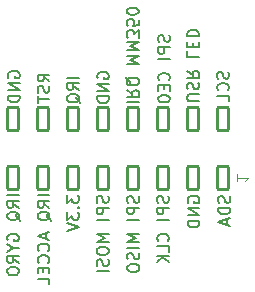
<source format=gbo>
%TF.GenerationSoftware,KiCad,Pcbnew,7.0.1*%
%TF.CreationDate,2023-10-27T08:58:37+02:00*%
%TF.ProjectId,SensorLeapSMA,53656e73-6f72-44c6-9561-70534d412e6b,rev?*%
%TF.SameCoordinates,Original*%
%TF.FileFunction,Legend,Bot*%
%TF.FilePolarity,Positive*%
%FSLAX46Y46*%
G04 Gerber Fmt 4.6, Leading zero omitted, Abs format (unit mm)*
G04 Created by KiCad (PCBNEW 7.0.1) date 2023-10-27 08:58:37*
%MOMM*%
%LPD*%
G01*
G04 APERTURE LIST*
G04 Aperture macros list*
%AMRoundRect*
0 Rectangle with rounded corners*
0 $1 Rounding radius*
0 $2 $3 $4 $5 $6 $7 $8 $9 X,Y pos of 4 corners*
0 Add a 4 corners polygon primitive as box body*
4,1,4,$2,$3,$4,$5,$6,$7,$8,$9,$2,$3,0*
0 Add four circle primitives for the rounded corners*
1,1,$1+$1,$2,$3*
1,1,$1+$1,$4,$5*
1,1,$1+$1,$6,$7*
1,1,$1+$1,$8,$9*
0 Add four rect primitives between the rounded corners*
20,1,$1+$1,$2,$3,$4,$5,0*
20,1,$1+$1,$4,$5,$6,$7,0*
20,1,$1+$1,$6,$7,$8,$9,0*
20,1,$1+$1,$8,$9,$2,$3,0*%
G04 Aperture macros list end*
%ADD10C,0.150000*%
%ADD11C,0.100000*%
%ADD12C,2.500000*%
%ADD13C,1.650000*%
%ADD14R,1.520000X5.080000*%
%ADD15O,1.000000X1.900000*%
%ADD16O,1.050000X1.250000*%
%ADD17RoundRect,0.133333X-0.466667X-0.966667X0.466667X-0.966667X0.466667X0.966667X-0.466667X0.966667X0*%
G04 APERTURE END LIST*
D10*
X81667619Y-54279523D02*
X81191428Y-53946190D01*
X81667619Y-53708095D02*
X80667619Y-53708095D01*
X80667619Y-53708095D02*
X80667619Y-54089047D01*
X80667619Y-54089047D02*
X80715238Y-54184285D01*
X80715238Y-54184285D02*
X80762857Y-54231904D01*
X80762857Y-54231904D02*
X80858095Y-54279523D01*
X80858095Y-54279523D02*
X81000952Y-54279523D01*
X81000952Y-54279523D02*
X81096190Y-54231904D01*
X81096190Y-54231904D02*
X81143809Y-54184285D01*
X81143809Y-54184285D02*
X81191428Y-54089047D01*
X81191428Y-54089047D02*
X81191428Y-53708095D01*
X81620000Y-54660476D02*
X81667619Y-54803333D01*
X81667619Y-54803333D02*
X81667619Y-55041428D01*
X81667619Y-55041428D02*
X81620000Y-55136666D01*
X81620000Y-55136666D02*
X81572380Y-55184285D01*
X81572380Y-55184285D02*
X81477142Y-55231904D01*
X81477142Y-55231904D02*
X81381904Y-55231904D01*
X81381904Y-55231904D02*
X81286666Y-55184285D01*
X81286666Y-55184285D02*
X81239047Y-55136666D01*
X81239047Y-55136666D02*
X81191428Y-55041428D01*
X81191428Y-55041428D02*
X81143809Y-54850952D01*
X81143809Y-54850952D02*
X81096190Y-54755714D01*
X81096190Y-54755714D02*
X81048571Y-54708095D01*
X81048571Y-54708095D02*
X80953333Y-54660476D01*
X80953333Y-54660476D02*
X80858095Y-54660476D01*
X80858095Y-54660476D02*
X80762857Y-54708095D01*
X80762857Y-54708095D02*
X80715238Y-54755714D01*
X80715238Y-54755714D02*
X80667619Y-54850952D01*
X80667619Y-54850952D02*
X80667619Y-55089047D01*
X80667619Y-55089047D02*
X80715238Y-55231904D01*
X80667619Y-55517619D02*
X80667619Y-56089047D01*
X81667619Y-55803333D02*
X80667619Y-55803333D01*
X93423238Y-64557904D02*
X93375619Y-64462666D01*
X93375619Y-64462666D02*
X93375619Y-64319809D01*
X93375619Y-64319809D02*
X93423238Y-64176952D01*
X93423238Y-64176952D02*
X93518476Y-64081714D01*
X93518476Y-64081714D02*
X93613714Y-64034095D01*
X93613714Y-64034095D02*
X93804190Y-63986476D01*
X93804190Y-63986476D02*
X93947047Y-63986476D01*
X93947047Y-63986476D02*
X94137523Y-64034095D01*
X94137523Y-64034095D02*
X94232761Y-64081714D01*
X94232761Y-64081714D02*
X94328000Y-64176952D01*
X94328000Y-64176952D02*
X94375619Y-64319809D01*
X94375619Y-64319809D02*
X94375619Y-64415047D01*
X94375619Y-64415047D02*
X94328000Y-64557904D01*
X94328000Y-64557904D02*
X94280380Y-64605523D01*
X94280380Y-64605523D02*
X93947047Y-64605523D01*
X93947047Y-64605523D02*
X93947047Y-64415047D01*
X94375619Y-65034095D02*
X93375619Y-65034095D01*
X93375619Y-65034095D02*
X94375619Y-65605523D01*
X94375619Y-65605523D02*
X93375619Y-65605523D01*
X94375619Y-66081714D02*
X93375619Y-66081714D01*
X93375619Y-66081714D02*
X93375619Y-66319809D01*
X93375619Y-66319809D02*
X93423238Y-66462666D01*
X93423238Y-66462666D02*
X93518476Y-66557904D01*
X93518476Y-66557904D02*
X93613714Y-66605523D01*
X93613714Y-66605523D02*
X93804190Y-66653142D01*
X93804190Y-66653142D02*
X93947047Y-66653142D01*
X93947047Y-66653142D02*
X94137523Y-66605523D01*
X94137523Y-66605523D02*
X94232761Y-66557904D01*
X94232761Y-66557904D02*
X94328000Y-66462666D01*
X94328000Y-66462666D02*
X94375619Y-66319809D01*
X94375619Y-66319809D02*
X94375619Y-66081714D01*
X83175619Y-63938857D02*
X83175619Y-64557904D01*
X83175619Y-64557904D02*
X83556571Y-64224571D01*
X83556571Y-64224571D02*
X83556571Y-64367428D01*
X83556571Y-64367428D02*
X83604190Y-64462666D01*
X83604190Y-64462666D02*
X83651809Y-64510285D01*
X83651809Y-64510285D02*
X83747047Y-64557904D01*
X83747047Y-64557904D02*
X83985142Y-64557904D01*
X83985142Y-64557904D02*
X84080380Y-64510285D01*
X84080380Y-64510285D02*
X84128000Y-64462666D01*
X84128000Y-64462666D02*
X84175619Y-64367428D01*
X84175619Y-64367428D02*
X84175619Y-64081714D01*
X84175619Y-64081714D02*
X84128000Y-63986476D01*
X84128000Y-63986476D02*
X84080380Y-63938857D01*
X84080380Y-64986476D02*
X84128000Y-65034095D01*
X84128000Y-65034095D02*
X84175619Y-64986476D01*
X84175619Y-64986476D02*
X84128000Y-64938857D01*
X84128000Y-64938857D02*
X84080380Y-64986476D01*
X84080380Y-64986476D02*
X84175619Y-64986476D01*
X83175619Y-65367428D02*
X83175619Y-65986475D01*
X83175619Y-65986475D02*
X83556571Y-65653142D01*
X83556571Y-65653142D02*
X83556571Y-65795999D01*
X83556571Y-65795999D02*
X83604190Y-65891237D01*
X83604190Y-65891237D02*
X83651809Y-65938856D01*
X83651809Y-65938856D02*
X83747047Y-65986475D01*
X83747047Y-65986475D02*
X83985142Y-65986475D01*
X83985142Y-65986475D02*
X84080380Y-65938856D01*
X84080380Y-65938856D02*
X84128000Y-65891237D01*
X84128000Y-65891237D02*
X84175619Y-65795999D01*
X84175619Y-65795999D02*
X84175619Y-65510285D01*
X84175619Y-65510285D02*
X84128000Y-65415047D01*
X84128000Y-65415047D02*
X84080380Y-65367428D01*
X83175619Y-66272190D02*
X84175619Y-66605523D01*
X84175619Y-66605523D02*
X83175619Y-66938856D01*
X84177619Y-53968095D02*
X83177619Y-53968095D01*
X84177619Y-55015713D02*
X83701428Y-54682380D01*
X84177619Y-54444285D02*
X83177619Y-54444285D01*
X83177619Y-54444285D02*
X83177619Y-54825237D01*
X83177619Y-54825237D02*
X83225238Y-54920475D01*
X83225238Y-54920475D02*
X83272857Y-54968094D01*
X83272857Y-54968094D02*
X83368095Y-55015713D01*
X83368095Y-55015713D02*
X83510952Y-55015713D01*
X83510952Y-55015713D02*
X83606190Y-54968094D01*
X83606190Y-54968094D02*
X83653809Y-54920475D01*
X83653809Y-54920475D02*
X83701428Y-54825237D01*
X83701428Y-54825237D02*
X83701428Y-54444285D01*
X84272857Y-56110951D02*
X84225238Y-56015713D01*
X84225238Y-56015713D02*
X84130000Y-55920475D01*
X84130000Y-55920475D02*
X83987142Y-55777618D01*
X83987142Y-55777618D02*
X83939523Y-55682380D01*
X83939523Y-55682380D02*
X83939523Y-55587142D01*
X84177619Y-55634761D02*
X84130000Y-55539523D01*
X84130000Y-55539523D02*
X84034761Y-55444285D01*
X84034761Y-55444285D02*
X83844285Y-55396666D01*
X83844285Y-55396666D02*
X83510952Y-55396666D01*
X83510952Y-55396666D02*
X83320476Y-55444285D01*
X83320476Y-55444285D02*
X83225238Y-55539523D01*
X83225238Y-55539523D02*
X83177619Y-55634761D01*
X83177619Y-55634761D02*
X83177619Y-55825237D01*
X83177619Y-55825237D02*
X83225238Y-55920475D01*
X83225238Y-55920475D02*
X83320476Y-56015713D01*
X83320476Y-56015713D02*
X83510952Y-56063332D01*
X83510952Y-56063332D02*
X83844285Y-56063332D01*
X83844285Y-56063332D02*
X84034761Y-56015713D01*
X84034761Y-56015713D02*
X84130000Y-55920475D01*
X84130000Y-55920475D02*
X84177619Y-55825237D01*
X84177619Y-55825237D02*
X84177619Y-55634761D01*
X78205238Y-53971904D02*
X78157619Y-53876666D01*
X78157619Y-53876666D02*
X78157619Y-53733809D01*
X78157619Y-53733809D02*
X78205238Y-53590952D01*
X78205238Y-53590952D02*
X78300476Y-53495714D01*
X78300476Y-53495714D02*
X78395714Y-53448095D01*
X78395714Y-53448095D02*
X78586190Y-53400476D01*
X78586190Y-53400476D02*
X78729047Y-53400476D01*
X78729047Y-53400476D02*
X78919523Y-53448095D01*
X78919523Y-53448095D02*
X79014761Y-53495714D01*
X79014761Y-53495714D02*
X79110000Y-53590952D01*
X79110000Y-53590952D02*
X79157619Y-53733809D01*
X79157619Y-53733809D02*
X79157619Y-53829047D01*
X79157619Y-53829047D02*
X79110000Y-53971904D01*
X79110000Y-53971904D02*
X79062380Y-54019523D01*
X79062380Y-54019523D02*
X78729047Y-54019523D01*
X78729047Y-54019523D02*
X78729047Y-53829047D01*
X79157619Y-54448095D02*
X78157619Y-54448095D01*
X78157619Y-54448095D02*
X79157619Y-55019523D01*
X79157619Y-55019523D02*
X78157619Y-55019523D01*
X79157619Y-55495714D02*
X78157619Y-55495714D01*
X78157619Y-55495714D02*
X78157619Y-55733809D01*
X78157619Y-55733809D02*
X78205238Y-55876666D01*
X78205238Y-55876666D02*
X78300476Y-55971904D01*
X78300476Y-55971904D02*
X78395714Y-56019523D01*
X78395714Y-56019523D02*
X78586190Y-56067142D01*
X78586190Y-56067142D02*
X78729047Y-56067142D01*
X78729047Y-56067142D02*
X78919523Y-56019523D01*
X78919523Y-56019523D02*
X79014761Y-55971904D01*
X79014761Y-55971904D02*
X79110000Y-55876666D01*
X79110000Y-55876666D02*
X79157619Y-55733809D01*
X79157619Y-55733809D02*
X79157619Y-55495714D01*
X81675619Y-63934095D02*
X80675619Y-63934095D01*
X81675619Y-64981713D02*
X81199428Y-64648380D01*
X81675619Y-64410285D02*
X80675619Y-64410285D01*
X80675619Y-64410285D02*
X80675619Y-64791237D01*
X80675619Y-64791237D02*
X80723238Y-64886475D01*
X80723238Y-64886475D02*
X80770857Y-64934094D01*
X80770857Y-64934094D02*
X80866095Y-64981713D01*
X80866095Y-64981713D02*
X81008952Y-64981713D01*
X81008952Y-64981713D02*
X81104190Y-64934094D01*
X81104190Y-64934094D02*
X81151809Y-64886475D01*
X81151809Y-64886475D02*
X81199428Y-64791237D01*
X81199428Y-64791237D02*
X81199428Y-64410285D01*
X81770857Y-66076951D02*
X81723238Y-65981713D01*
X81723238Y-65981713D02*
X81628000Y-65886475D01*
X81628000Y-65886475D02*
X81485142Y-65743618D01*
X81485142Y-65743618D02*
X81437523Y-65648380D01*
X81437523Y-65648380D02*
X81437523Y-65553142D01*
X81675619Y-65600761D02*
X81628000Y-65505523D01*
X81628000Y-65505523D02*
X81532761Y-65410285D01*
X81532761Y-65410285D02*
X81342285Y-65362666D01*
X81342285Y-65362666D02*
X81008952Y-65362666D01*
X81008952Y-65362666D02*
X80818476Y-65410285D01*
X80818476Y-65410285D02*
X80723238Y-65505523D01*
X80723238Y-65505523D02*
X80675619Y-65600761D01*
X80675619Y-65600761D02*
X80675619Y-65791237D01*
X80675619Y-65791237D02*
X80723238Y-65886475D01*
X80723238Y-65886475D02*
X80818476Y-65981713D01*
X80818476Y-65981713D02*
X81008952Y-66029332D01*
X81008952Y-66029332D02*
X81342285Y-66029332D01*
X81342285Y-66029332D02*
X81532761Y-65981713D01*
X81532761Y-65981713D02*
X81628000Y-65886475D01*
X81628000Y-65886475D02*
X81675619Y-65791237D01*
X81675619Y-65791237D02*
X81675619Y-65600761D01*
X81389904Y-67172190D02*
X81389904Y-67648380D01*
X81675619Y-67076952D02*
X80675619Y-67410285D01*
X80675619Y-67410285D02*
X81675619Y-67743618D01*
X81580380Y-68648380D02*
X81628000Y-68600761D01*
X81628000Y-68600761D02*
X81675619Y-68457904D01*
X81675619Y-68457904D02*
X81675619Y-68362666D01*
X81675619Y-68362666D02*
X81628000Y-68219809D01*
X81628000Y-68219809D02*
X81532761Y-68124571D01*
X81532761Y-68124571D02*
X81437523Y-68076952D01*
X81437523Y-68076952D02*
X81247047Y-68029333D01*
X81247047Y-68029333D02*
X81104190Y-68029333D01*
X81104190Y-68029333D02*
X80913714Y-68076952D01*
X80913714Y-68076952D02*
X80818476Y-68124571D01*
X80818476Y-68124571D02*
X80723238Y-68219809D01*
X80723238Y-68219809D02*
X80675619Y-68362666D01*
X80675619Y-68362666D02*
X80675619Y-68457904D01*
X80675619Y-68457904D02*
X80723238Y-68600761D01*
X80723238Y-68600761D02*
X80770857Y-68648380D01*
X81580380Y-69648380D02*
X81628000Y-69600761D01*
X81628000Y-69600761D02*
X81675619Y-69457904D01*
X81675619Y-69457904D02*
X81675619Y-69362666D01*
X81675619Y-69362666D02*
X81628000Y-69219809D01*
X81628000Y-69219809D02*
X81532761Y-69124571D01*
X81532761Y-69124571D02*
X81437523Y-69076952D01*
X81437523Y-69076952D02*
X81247047Y-69029333D01*
X81247047Y-69029333D02*
X81104190Y-69029333D01*
X81104190Y-69029333D02*
X80913714Y-69076952D01*
X80913714Y-69076952D02*
X80818476Y-69124571D01*
X80818476Y-69124571D02*
X80723238Y-69219809D01*
X80723238Y-69219809D02*
X80675619Y-69362666D01*
X80675619Y-69362666D02*
X80675619Y-69457904D01*
X80675619Y-69457904D02*
X80723238Y-69600761D01*
X80723238Y-69600761D02*
X80770857Y-69648380D01*
X81151809Y-70076952D02*
X81151809Y-70410285D01*
X81675619Y-70553142D02*
X81675619Y-70076952D01*
X81675619Y-70076952D02*
X80675619Y-70076952D01*
X80675619Y-70076952D02*
X80675619Y-70553142D01*
X81675619Y-71457904D02*
X81675619Y-70981714D01*
X81675619Y-70981714D02*
X80675619Y-70981714D01*
X79075619Y-63934095D02*
X78075619Y-63934095D01*
X79075619Y-64981713D02*
X78599428Y-64648380D01*
X79075619Y-64410285D02*
X78075619Y-64410285D01*
X78075619Y-64410285D02*
X78075619Y-64791237D01*
X78075619Y-64791237D02*
X78123238Y-64886475D01*
X78123238Y-64886475D02*
X78170857Y-64934094D01*
X78170857Y-64934094D02*
X78266095Y-64981713D01*
X78266095Y-64981713D02*
X78408952Y-64981713D01*
X78408952Y-64981713D02*
X78504190Y-64934094D01*
X78504190Y-64934094D02*
X78551809Y-64886475D01*
X78551809Y-64886475D02*
X78599428Y-64791237D01*
X78599428Y-64791237D02*
X78599428Y-64410285D01*
X79170857Y-66076951D02*
X79123238Y-65981713D01*
X79123238Y-65981713D02*
X79028000Y-65886475D01*
X79028000Y-65886475D02*
X78885142Y-65743618D01*
X78885142Y-65743618D02*
X78837523Y-65648380D01*
X78837523Y-65648380D02*
X78837523Y-65553142D01*
X79075619Y-65600761D02*
X79028000Y-65505523D01*
X79028000Y-65505523D02*
X78932761Y-65410285D01*
X78932761Y-65410285D02*
X78742285Y-65362666D01*
X78742285Y-65362666D02*
X78408952Y-65362666D01*
X78408952Y-65362666D02*
X78218476Y-65410285D01*
X78218476Y-65410285D02*
X78123238Y-65505523D01*
X78123238Y-65505523D02*
X78075619Y-65600761D01*
X78075619Y-65600761D02*
X78075619Y-65791237D01*
X78075619Y-65791237D02*
X78123238Y-65886475D01*
X78123238Y-65886475D02*
X78218476Y-65981713D01*
X78218476Y-65981713D02*
X78408952Y-66029332D01*
X78408952Y-66029332D02*
X78742285Y-66029332D01*
X78742285Y-66029332D02*
X78932761Y-65981713D01*
X78932761Y-65981713D02*
X79028000Y-65886475D01*
X79028000Y-65886475D02*
X79075619Y-65791237D01*
X79075619Y-65791237D02*
X79075619Y-65600761D01*
X78123238Y-67743618D02*
X78075619Y-67648380D01*
X78075619Y-67648380D02*
X78075619Y-67505523D01*
X78075619Y-67505523D02*
X78123238Y-67362666D01*
X78123238Y-67362666D02*
X78218476Y-67267428D01*
X78218476Y-67267428D02*
X78313714Y-67219809D01*
X78313714Y-67219809D02*
X78504190Y-67172190D01*
X78504190Y-67172190D02*
X78647047Y-67172190D01*
X78647047Y-67172190D02*
X78837523Y-67219809D01*
X78837523Y-67219809D02*
X78932761Y-67267428D01*
X78932761Y-67267428D02*
X79028000Y-67362666D01*
X79028000Y-67362666D02*
X79075619Y-67505523D01*
X79075619Y-67505523D02*
X79075619Y-67600761D01*
X79075619Y-67600761D02*
X79028000Y-67743618D01*
X79028000Y-67743618D02*
X78980380Y-67791237D01*
X78980380Y-67791237D02*
X78647047Y-67791237D01*
X78647047Y-67791237D02*
X78647047Y-67600761D01*
X78599428Y-68410285D02*
X79075619Y-68410285D01*
X78075619Y-68076952D02*
X78599428Y-68410285D01*
X78599428Y-68410285D02*
X78075619Y-68743618D01*
X79075619Y-69648380D02*
X78599428Y-69315047D01*
X79075619Y-69076952D02*
X78075619Y-69076952D01*
X78075619Y-69076952D02*
X78075619Y-69457904D01*
X78075619Y-69457904D02*
X78123238Y-69553142D01*
X78123238Y-69553142D02*
X78170857Y-69600761D01*
X78170857Y-69600761D02*
X78266095Y-69648380D01*
X78266095Y-69648380D02*
X78408952Y-69648380D01*
X78408952Y-69648380D02*
X78504190Y-69600761D01*
X78504190Y-69600761D02*
X78551809Y-69553142D01*
X78551809Y-69553142D02*
X78599428Y-69457904D01*
X78599428Y-69457904D02*
X78599428Y-69076952D01*
X78075619Y-70267428D02*
X78075619Y-70457904D01*
X78075619Y-70457904D02*
X78123238Y-70553142D01*
X78123238Y-70553142D02*
X78218476Y-70648380D01*
X78218476Y-70648380D02*
X78408952Y-70695999D01*
X78408952Y-70695999D02*
X78742285Y-70695999D01*
X78742285Y-70695999D02*
X78932761Y-70648380D01*
X78932761Y-70648380D02*
X79028000Y-70553142D01*
X79028000Y-70553142D02*
X79075619Y-70457904D01*
X79075619Y-70457904D02*
X79075619Y-70267428D01*
X79075619Y-70267428D02*
X79028000Y-70172190D01*
X79028000Y-70172190D02*
X78932761Y-70076952D01*
X78932761Y-70076952D02*
X78742285Y-70029333D01*
X78742285Y-70029333D02*
X78408952Y-70029333D01*
X78408952Y-70029333D02*
X78218476Y-70076952D01*
X78218476Y-70076952D02*
X78123238Y-70172190D01*
X78123238Y-70172190D02*
X78075619Y-70267428D01*
X85750238Y-54036904D02*
X85702619Y-53941666D01*
X85702619Y-53941666D02*
X85702619Y-53798809D01*
X85702619Y-53798809D02*
X85750238Y-53655952D01*
X85750238Y-53655952D02*
X85845476Y-53560714D01*
X85845476Y-53560714D02*
X85940714Y-53513095D01*
X85940714Y-53513095D02*
X86131190Y-53465476D01*
X86131190Y-53465476D02*
X86274047Y-53465476D01*
X86274047Y-53465476D02*
X86464523Y-53513095D01*
X86464523Y-53513095D02*
X86559761Y-53560714D01*
X86559761Y-53560714D02*
X86655000Y-53655952D01*
X86655000Y-53655952D02*
X86702619Y-53798809D01*
X86702619Y-53798809D02*
X86702619Y-53894047D01*
X86702619Y-53894047D02*
X86655000Y-54036904D01*
X86655000Y-54036904D02*
X86607380Y-54084523D01*
X86607380Y-54084523D02*
X86274047Y-54084523D01*
X86274047Y-54084523D02*
X86274047Y-53894047D01*
X86702619Y-54513095D02*
X85702619Y-54513095D01*
X85702619Y-54513095D02*
X86702619Y-55084523D01*
X86702619Y-55084523D02*
X85702619Y-55084523D01*
X86702619Y-55560714D02*
X85702619Y-55560714D01*
X85702619Y-55560714D02*
X85702619Y-55798809D01*
X85702619Y-55798809D02*
X85750238Y-55941666D01*
X85750238Y-55941666D02*
X85845476Y-56036904D01*
X85845476Y-56036904D02*
X85940714Y-56084523D01*
X85940714Y-56084523D02*
X86131190Y-56132142D01*
X86131190Y-56132142D02*
X86274047Y-56132142D01*
X86274047Y-56132142D02*
X86464523Y-56084523D01*
X86464523Y-56084523D02*
X86559761Y-56036904D01*
X86559761Y-56036904D02*
X86655000Y-55941666D01*
X86655000Y-55941666D02*
X86702619Y-55798809D01*
X86702619Y-55798809D02*
X86702619Y-55560714D01*
X96828000Y-53486476D02*
X96875619Y-53629333D01*
X96875619Y-53629333D02*
X96875619Y-53867428D01*
X96875619Y-53867428D02*
X96828000Y-53962666D01*
X96828000Y-53962666D02*
X96780380Y-54010285D01*
X96780380Y-54010285D02*
X96685142Y-54057904D01*
X96685142Y-54057904D02*
X96589904Y-54057904D01*
X96589904Y-54057904D02*
X96494666Y-54010285D01*
X96494666Y-54010285D02*
X96447047Y-53962666D01*
X96447047Y-53962666D02*
X96399428Y-53867428D01*
X96399428Y-53867428D02*
X96351809Y-53676952D01*
X96351809Y-53676952D02*
X96304190Y-53581714D01*
X96304190Y-53581714D02*
X96256571Y-53534095D01*
X96256571Y-53534095D02*
X96161333Y-53486476D01*
X96161333Y-53486476D02*
X96066095Y-53486476D01*
X96066095Y-53486476D02*
X95970857Y-53534095D01*
X95970857Y-53534095D02*
X95923238Y-53581714D01*
X95923238Y-53581714D02*
X95875619Y-53676952D01*
X95875619Y-53676952D02*
X95875619Y-53915047D01*
X95875619Y-53915047D02*
X95923238Y-54057904D01*
X96780380Y-55057904D02*
X96828000Y-55010285D01*
X96828000Y-55010285D02*
X96875619Y-54867428D01*
X96875619Y-54867428D02*
X96875619Y-54772190D01*
X96875619Y-54772190D02*
X96828000Y-54629333D01*
X96828000Y-54629333D02*
X96732761Y-54534095D01*
X96732761Y-54534095D02*
X96637523Y-54486476D01*
X96637523Y-54486476D02*
X96447047Y-54438857D01*
X96447047Y-54438857D02*
X96304190Y-54438857D01*
X96304190Y-54438857D02*
X96113714Y-54486476D01*
X96113714Y-54486476D02*
X96018476Y-54534095D01*
X96018476Y-54534095D02*
X95923238Y-54629333D01*
X95923238Y-54629333D02*
X95875619Y-54772190D01*
X95875619Y-54772190D02*
X95875619Y-54867428D01*
X95875619Y-54867428D02*
X95923238Y-55010285D01*
X95923238Y-55010285D02*
X95970857Y-55057904D01*
X96875619Y-55962666D02*
X96875619Y-55486476D01*
X96875619Y-55486476D02*
X95875619Y-55486476D01*
X96928000Y-63986476D02*
X96975619Y-64129333D01*
X96975619Y-64129333D02*
X96975619Y-64367428D01*
X96975619Y-64367428D02*
X96928000Y-64462666D01*
X96928000Y-64462666D02*
X96880380Y-64510285D01*
X96880380Y-64510285D02*
X96785142Y-64557904D01*
X96785142Y-64557904D02*
X96689904Y-64557904D01*
X96689904Y-64557904D02*
X96594666Y-64510285D01*
X96594666Y-64510285D02*
X96547047Y-64462666D01*
X96547047Y-64462666D02*
X96499428Y-64367428D01*
X96499428Y-64367428D02*
X96451809Y-64176952D01*
X96451809Y-64176952D02*
X96404190Y-64081714D01*
X96404190Y-64081714D02*
X96356571Y-64034095D01*
X96356571Y-64034095D02*
X96261333Y-63986476D01*
X96261333Y-63986476D02*
X96166095Y-63986476D01*
X96166095Y-63986476D02*
X96070857Y-64034095D01*
X96070857Y-64034095D02*
X96023238Y-64081714D01*
X96023238Y-64081714D02*
X95975619Y-64176952D01*
X95975619Y-64176952D02*
X95975619Y-64415047D01*
X95975619Y-64415047D02*
X96023238Y-64557904D01*
X96975619Y-64986476D02*
X95975619Y-64986476D01*
X95975619Y-64986476D02*
X95975619Y-65224571D01*
X95975619Y-65224571D02*
X96023238Y-65367428D01*
X96023238Y-65367428D02*
X96118476Y-65462666D01*
X96118476Y-65462666D02*
X96213714Y-65510285D01*
X96213714Y-65510285D02*
X96404190Y-65557904D01*
X96404190Y-65557904D02*
X96547047Y-65557904D01*
X96547047Y-65557904D02*
X96737523Y-65510285D01*
X96737523Y-65510285D02*
X96832761Y-65462666D01*
X96832761Y-65462666D02*
X96928000Y-65367428D01*
X96928000Y-65367428D02*
X96975619Y-65224571D01*
X96975619Y-65224571D02*
X96975619Y-64986476D01*
X96689904Y-65938857D02*
X96689904Y-66415047D01*
X96975619Y-65843619D02*
X95975619Y-66176952D01*
X95975619Y-66176952D02*
X96975619Y-66510285D01*
X88222380Y-56061904D02*
X89222380Y-56061904D01*
X88222380Y-55014286D02*
X88698571Y-55347619D01*
X88222380Y-55585714D02*
X89222380Y-55585714D01*
X89222380Y-55585714D02*
X89222380Y-55204762D01*
X89222380Y-55204762D02*
X89174761Y-55109524D01*
X89174761Y-55109524D02*
X89127142Y-55061905D01*
X89127142Y-55061905D02*
X89031904Y-55014286D01*
X89031904Y-55014286D02*
X88889047Y-55014286D01*
X88889047Y-55014286D02*
X88793809Y-55061905D01*
X88793809Y-55061905D02*
X88746190Y-55109524D01*
X88746190Y-55109524D02*
X88698571Y-55204762D01*
X88698571Y-55204762D02*
X88698571Y-55585714D01*
X88127142Y-53919048D02*
X88174761Y-54014286D01*
X88174761Y-54014286D02*
X88270000Y-54109524D01*
X88270000Y-54109524D02*
X88412857Y-54252381D01*
X88412857Y-54252381D02*
X88460476Y-54347619D01*
X88460476Y-54347619D02*
X88460476Y-54442857D01*
X88222380Y-54395238D02*
X88270000Y-54490476D01*
X88270000Y-54490476D02*
X88365238Y-54585714D01*
X88365238Y-54585714D02*
X88555714Y-54633333D01*
X88555714Y-54633333D02*
X88889047Y-54633333D01*
X88889047Y-54633333D02*
X89079523Y-54585714D01*
X89079523Y-54585714D02*
X89174761Y-54490476D01*
X89174761Y-54490476D02*
X89222380Y-54395238D01*
X89222380Y-54395238D02*
X89222380Y-54204762D01*
X89222380Y-54204762D02*
X89174761Y-54109524D01*
X89174761Y-54109524D02*
X89079523Y-54014286D01*
X89079523Y-54014286D02*
X88889047Y-53966667D01*
X88889047Y-53966667D02*
X88555714Y-53966667D01*
X88555714Y-53966667D02*
X88365238Y-54014286D01*
X88365238Y-54014286D02*
X88270000Y-54109524D01*
X88270000Y-54109524D02*
X88222380Y-54204762D01*
X88222380Y-54204762D02*
X88222380Y-54395238D01*
X88222380Y-52776190D02*
X89222380Y-52776190D01*
X89222380Y-52776190D02*
X88508095Y-52442857D01*
X88508095Y-52442857D02*
X89222380Y-52109524D01*
X89222380Y-52109524D02*
X88222380Y-52109524D01*
X88222380Y-51633333D02*
X89222380Y-51633333D01*
X89222380Y-51633333D02*
X88508095Y-51300000D01*
X88508095Y-51300000D02*
X89222380Y-50966667D01*
X89222380Y-50966667D02*
X88222380Y-50966667D01*
X89222380Y-50585714D02*
X89222380Y-49966667D01*
X89222380Y-49966667D02*
X88841428Y-50300000D01*
X88841428Y-50300000D02*
X88841428Y-50157143D01*
X88841428Y-50157143D02*
X88793809Y-50061905D01*
X88793809Y-50061905D02*
X88746190Y-50014286D01*
X88746190Y-50014286D02*
X88650952Y-49966667D01*
X88650952Y-49966667D02*
X88412857Y-49966667D01*
X88412857Y-49966667D02*
X88317619Y-50014286D01*
X88317619Y-50014286D02*
X88270000Y-50061905D01*
X88270000Y-50061905D02*
X88222380Y-50157143D01*
X88222380Y-50157143D02*
X88222380Y-50442857D01*
X88222380Y-50442857D02*
X88270000Y-50538095D01*
X88270000Y-50538095D02*
X88317619Y-50585714D01*
X89222380Y-49061905D02*
X89222380Y-49538095D01*
X89222380Y-49538095D02*
X88746190Y-49585714D01*
X88746190Y-49585714D02*
X88793809Y-49538095D01*
X88793809Y-49538095D02*
X88841428Y-49442857D01*
X88841428Y-49442857D02*
X88841428Y-49204762D01*
X88841428Y-49204762D02*
X88793809Y-49109524D01*
X88793809Y-49109524D02*
X88746190Y-49061905D01*
X88746190Y-49061905D02*
X88650952Y-49014286D01*
X88650952Y-49014286D02*
X88412857Y-49014286D01*
X88412857Y-49014286D02*
X88317619Y-49061905D01*
X88317619Y-49061905D02*
X88270000Y-49109524D01*
X88270000Y-49109524D02*
X88222380Y-49204762D01*
X88222380Y-49204762D02*
X88222380Y-49442857D01*
X88222380Y-49442857D02*
X88270000Y-49538095D01*
X88270000Y-49538095D02*
X88317619Y-49585714D01*
X89222380Y-48395238D02*
X89222380Y-48300000D01*
X89222380Y-48300000D02*
X89174761Y-48204762D01*
X89174761Y-48204762D02*
X89127142Y-48157143D01*
X89127142Y-48157143D02*
X89031904Y-48109524D01*
X89031904Y-48109524D02*
X88841428Y-48061905D01*
X88841428Y-48061905D02*
X88603333Y-48061905D01*
X88603333Y-48061905D02*
X88412857Y-48109524D01*
X88412857Y-48109524D02*
X88317619Y-48157143D01*
X88317619Y-48157143D02*
X88270000Y-48204762D01*
X88270000Y-48204762D02*
X88222380Y-48300000D01*
X88222380Y-48300000D02*
X88222380Y-48395238D01*
X88222380Y-48395238D02*
X88270000Y-48490476D01*
X88270000Y-48490476D02*
X88317619Y-48538095D01*
X88317619Y-48538095D02*
X88412857Y-48585714D01*
X88412857Y-48585714D02*
X88603333Y-48633333D01*
X88603333Y-48633333D02*
X88841428Y-48633333D01*
X88841428Y-48633333D02*
X89031904Y-48585714D01*
X89031904Y-48585714D02*
X89127142Y-48538095D01*
X89127142Y-48538095D02*
X89174761Y-48490476D01*
X89174761Y-48490476D02*
X89222380Y-48395238D01*
X94322380Y-55961904D02*
X93512857Y-55961904D01*
X93512857Y-55961904D02*
X93417619Y-55914285D01*
X93417619Y-55914285D02*
X93370000Y-55866666D01*
X93370000Y-55866666D02*
X93322380Y-55771428D01*
X93322380Y-55771428D02*
X93322380Y-55580952D01*
X93322380Y-55580952D02*
X93370000Y-55485714D01*
X93370000Y-55485714D02*
X93417619Y-55438095D01*
X93417619Y-55438095D02*
X93512857Y-55390476D01*
X93512857Y-55390476D02*
X94322380Y-55390476D01*
X93370000Y-54961904D02*
X93322380Y-54819047D01*
X93322380Y-54819047D02*
X93322380Y-54580952D01*
X93322380Y-54580952D02*
X93370000Y-54485714D01*
X93370000Y-54485714D02*
X93417619Y-54438095D01*
X93417619Y-54438095D02*
X93512857Y-54390476D01*
X93512857Y-54390476D02*
X93608095Y-54390476D01*
X93608095Y-54390476D02*
X93703333Y-54438095D01*
X93703333Y-54438095D02*
X93750952Y-54485714D01*
X93750952Y-54485714D02*
X93798571Y-54580952D01*
X93798571Y-54580952D02*
X93846190Y-54771428D01*
X93846190Y-54771428D02*
X93893809Y-54866666D01*
X93893809Y-54866666D02*
X93941428Y-54914285D01*
X93941428Y-54914285D02*
X94036666Y-54961904D01*
X94036666Y-54961904D02*
X94131904Y-54961904D01*
X94131904Y-54961904D02*
X94227142Y-54914285D01*
X94227142Y-54914285D02*
X94274761Y-54866666D01*
X94274761Y-54866666D02*
X94322380Y-54771428D01*
X94322380Y-54771428D02*
X94322380Y-54533333D01*
X94322380Y-54533333D02*
X94274761Y-54390476D01*
X93322380Y-53390476D02*
X93798571Y-53723809D01*
X93322380Y-53961904D02*
X94322380Y-53961904D01*
X94322380Y-53961904D02*
X94322380Y-53580952D01*
X94322380Y-53580952D02*
X94274761Y-53485714D01*
X94274761Y-53485714D02*
X94227142Y-53438095D01*
X94227142Y-53438095D02*
X94131904Y-53390476D01*
X94131904Y-53390476D02*
X93989047Y-53390476D01*
X93989047Y-53390476D02*
X93893809Y-53438095D01*
X93893809Y-53438095D02*
X93846190Y-53485714D01*
X93846190Y-53485714D02*
X93798571Y-53580952D01*
X93798571Y-53580952D02*
X93798571Y-53961904D01*
X93322380Y-51723809D02*
X93322380Y-52199999D01*
X93322380Y-52199999D02*
X94322380Y-52199999D01*
X93846190Y-51390475D02*
X93846190Y-51057142D01*
X93322380Y-50914285D02*
X93322380Y-51390475D01*
X93322380Y-51390475D02*
X94322380Y-51390475D01*
X94322380Y-51390475D02*
X94322380Y-50914285D01*
X93322380Y-50485713D02*
X94322380Y-50485713D01*
X94322380Y-50485713D02*
X94322380Y-50247618D01*
X94322380Y-50247618D02*
X94274761Y-50104761D01*
X94274761Y-50104761D02*
X94179523Y-50009523D01*
X94179523Y-50009523D02*
X94084285Y-49961904D01*
X94084285Y-49961904D02*
X93893809Y-49914285D01*
X93893809Y-49914285D02*
X93750952Y-49914285D01*
X93750952Y-49914285D02*
X93560476Y-49961904D01*
X93560476Y-49961904D02*
X93465238Y-50009523D01*
X93465238Y-50009523D02*
X93370000Y-50104761D01*
X93370000Y-50104761D02*
X93322380Y-50247618D01*
X93322380Y-50247618D02*
X93322380Y-50485713D01*
X89228000Y-63986476D02*
X89275619Y-64129333D01*
X89275619Y-64129333D02*
X89275619Y-64367428D01*
X89275619Y-64367428D02*
X89228000Y-64462666D01*
X89228000Y-64462666D02*
X89180380Y-64510285D01*
X89180380Y-64510285D02*
X89085142Y-64557904D01*
X89085142Y-64557904D02*
X88989904Y-64557904D01*
X88989904Y-64557904D02*
X88894666Y-64510285D01*
X88894666Y-64510285D02*
X88847047Y-64462666D01*
X88847047Y-64462666D02*
X88799428Y-64367428D01*
X88799428Y-64367428D02*
X88751809Y-64176952D01*
X88751809Y-64176952D02*
X88704190Y-64081714D01*
X88704190Y-64081714D02*
X88656571Y-64034095D01*
X88656571Y-64034095D02*
X88561333Y-63986476D01*
X88561333Y-63986476D02*
X88466095Y-63986476D01*
X88466095Y-63986476D02*
X88370857Y-64034095D01*
X88370857Y-64034095D02*
X88323238Y-64081714D01*
X88323238Y-64081714D02*
X88275619Y-64176952D01*
X88275619Y-64176952D02*
X88275619Y-64415047D01*
X88275619Y-64415047D02*
X88323238Y-64557904D01*
X89275619Y-64986476D02*
X88275619Y-64986476D01*
X88275619Y-64986476D02*
X88275619Y-65367428D01*
X88275619Y-65367428D02*
X88323238Y-65462666D01*
X88323238Y-65462666D02*
X88370857Y-65510285D01*
X88370857Y-65510285D02*
X88466095Y-65557904D01*
X88466095Y-65557904D02*
X88608952Y-65557904D01*
X88608952Y-65557904D02*
X88704190Y-65510285D01*
X88704190Y-65510285D02*
X88751809Y-65462666D01*
X88751809Y-65462666D02*
X88799428Y-65367428D01*
X88799428Y-65367428D02*
X88799428Y-64986476D01*
X89275619Y-65986476D02*
X88275619Y-65986476D01*
X89275619Y-67224571D02*
X88275619Y-67224571D01*
X88275619Y-67224571D02*
X88989904Y-67557904D01*
X88989904Y-67557904D02*
X88275619Y-67891237D01*
X88275619Y-67891237D02*
X89275619Y-67891237D01*
X89275619Y-68367428D02*
X88275619Y-68367428D01*
X89228000Y-68795999D02*
X89275619Y-68938856D01*
X89275619Y-68938856D02*
X89275619Y-69176951D01*
X89275619Y-69176951D02*
X89228000Y-69272189D01*
X89228000Y-69272189D02*
X89180380Y-69319808D01*
X89180380Y-69319808D02*
X89085142Y-69367427D01*
X89085142Y-69367427D02*
X88989904Y-69367427D01*
X88989904Y-69367427D02*
X88894666Y-69319808D01*
X88894666Y-69319808D02*
X88847047Y-69272189D01*
X88847047Y-69272189D02*
X88799428Y-69176951D01*
X88799428Y-69176951D02*
X88751809Y-68986475D01*
X88751809Y-68986475D02*
X88704190Y-68891237D01*
X88704190Y-68891237D02*
X88656571Y-68843618D01*
X88656571Y-68843618D02*
X88561333Y-68795999D01*
X88561333Y-68795999D02*
X88466095Y-68795999D01*
X88466095Y-68795999D02*
X88370857Y-68843618D01*
X88370857Y-68843618D02*
X88323238Y-68891237D01*
X88323238Y-68891237D02*
X88275619Y-68986475D01*
X88275619Y-68986475D02*
X88275619Y-69224570D01*
X88275619Y-69224570D02*
X88323238Y-69367427D01*
X88275619Y-69986475D02*
X88275619Y-70176951D01*
X88275619Y-70176951D02*
X88323238Y-70272189D01*
X88323238Y-70272189D02*
X88418476Y-70367427D01*
X88418476Y-70367427D02*
X88608952Y-70415046D01*
X88608952Y-70415046D02*
X88942285Y-70415046D01*
X88942285Y-70415046D02*
X89132761Y-70367427D01*
X89132761Y-70367427D02*
X89228000Y-70272189D01*
X89228000Y-70272189D02*
X89275619Y-70176951D01*
X89275619Y-70176951D02*
X89275619Y-69986475D01*
X89275619Y-69986475D02*
X89228000Y-69891237D01*
X89228000Y-69891237D02*
X89132761Y-69795999D01*
X89132761Y-69795999D02*
X88942285Y-69748380D01*
X88942285Y-69748380D02*
X88608952Y-69748380D01*
X88608952Y-69748380D02*
X88418476Y-69795999D01*
X88418476Y-69795999D02*
X88323238Y-69891237D01*
X88323238Y-69891237D02*
X88275619Y-69986475D01*
X86628000Y-63986476D02*
X86675619Y-64129333D01*
X86675619Y-64129333D02*
X86675619Y-64367428D01*
X86675619Y-64367428D02*
X86628000Y-64462666D01*
X86628000Y-64462666D02*
X86580380Y-64510285D01*
X86580380Y-64510285D02*
X86485142Y-64557904D01*
X86485142Y-64557904D02*
X86389904Y-64557904D01*
X86389904Y-64557904D02*
X86294666Y-64510285D01*
X86294666Y-64510285D02*
X86247047Y-64462666D01*
X86247047Y-64462666D02*
X86199428Y-64367428D01*
X86199428Y-64367428D02*
X86151809Y-64176952D01*
X86151809Y-64176952D02*
X86104190Y-64081714D01*
X86104190Y-64081714D02*
X86056571Y-64034095D01*
X86056571Y-64034095D02*
X85961333Y-63986476D01*
X85961333Y-63986476D02*
X85866095Y-63986476D01*
X85866095Y-63986476D02*
X85770857Y-64034095D01*
X85770857Y-64034095D02*
X85723238Y-64081714D01*
X85723238Y-64081714D02*
X85675619Y-64176952D01*
X85675619Y-64176952D02*
X85675619Y-64415047D01*
X85675619Y-64415047D02*
X85723238Y-64557904D01*
X86675619Y-64986476D02*
X85675619Y-64986476D01*
X85675619Y-64986476D02*
X85675619Y-65367428D01*
X85675619Y-65367428D02*
X85723238Y-65462666D01*
X85723238Y-65462666D02*
X85770857Y-65510285D01*
X85770857Y-65510285D02*
X85866095Y-65557904D01*
X85866095Y-65557904D02*
X86008952Y-65557904D01*
X86008952Y-65557904D02*
X86104190Y-65510285D01*
X86104190Y-65510285D02*
X86151809Y-65462666D01*
X86151809Y-65462666D02*
X86199428Y-65367428D01*
X86199428Y-65367428D02*
X86199428Y-64986476D01*
X86675619Y-65986476D02*
X85675619Y-65986476D01*
X86675619Y-67224571D02*
X85675619Y-67224571D01*
X85675619Y-67224571D02*
X86389904Y-67557904D01*
X86389904Y-67557904D02*
X85675619Y-67891237D01*
X85675619Y-67891237D02*
X86675619Y-67891237D01*
X85675619Y-68557904D02*
X85675619Y-68748380D01*
X85675619Y-68748380D02*
X85723238Y-68843618D01*
X85723238Y-68843618D02*
X85818476Y-68938856D01*
X85818476Y-68938856D02*
X86008952Y-68986475D01*
X86008952Y-68986475D02*
X86342285Y-68986475D01*
X86342285Y-68986475D02*
X86532761Y-68938856D01*
X86532761Y-68938856D02*
X86628000Y-68843618D01*
X86628000Y-68843618D02*
X86675619Y-68748380D01*
X86675619Y-68748380D02*
X86675619Y-68557904D01*
X86675619Y-68557904D02*
X86628000Y-68462666D01*
X86628000Y-68462666D02*
X86532761Y-68367428D01*
X86532761Y-68367428D02*
X86342285Y-68319809D01*
X86342285Y-68319809D02*
X86008952Y-68319809D01*
X86008952Y-68319809D02*
X85818476Y-68367428D01*
X85818476Y-68367428D02*
X85723238Y-68462666D01*
X85723238Y-68462666D02*
X85675619Y-68557904D01*
X86628000Y-69367428D02*
X86675619Y-69510285D01*
X86675619Y-69510285D02*
X86675619Y-69748380D01*
X86675619Y-69748380D02*
X86628000Y-69843618D01*
X86628000Y-69843618D02*
X86580380Y-69891237D01*
X86580380Y-69891237D02*
X86485142Y-69938856D01*
X86485142Y-69938856D02*
X86389904Y-69938856D01*
X86389904Y-69938856D02*
X86294666Y-69891237D01*
X86294666Y-69891237D02*
X86247047Y-69843618D01*
X86247047Y-69843618D02*
X86199428Y-69748380D01*
X86199428Y-69748380D02*
X86151809Y-69557904D01*
X86151809Y-69557904D02*
X86104190Y-69462666D01*
X86104190Y-69462666D02*
X86056571Y-69415047D01*
X86056571Y-69415047D02*
X85961333Y-69367428D01*
X85961333Y-69367428D02*
X85866095Y-69367428D01*
X85866095Y-69367428D02*
X85770857Y-69415047D01*
X85770857Y-69415047D02*
X85723238Y-69462666D01*
X85723238Y-69462666D02*
X85675619Y-69557904D01*
X85675619Y-69557904D02*
X85675619Y-69795999D01*
X85675619Y-69795999D02*
X85723238Y-69938856D01*
X86675619Y-70367428D02*
X85675619Y-70367428D01*
X91828000Y-50386476D02*
X91875619Y-50529333D01*
X91875619Y-50529333D02*
X91875619Y-50767428D01*
X91875619Y-50767428D02*
X91828000Y-50862666D01*
X91828000Y-50862666D02*
X91780380Y-50910285D01*
X91780380Y-50910285D02*
X91685142Y-50957904D01*
X91685142Y-50957904D02*
X91589904Y-50957904D01*
X91589904Y-50957904D02*
X91494666Y-50910285D01*
X91494666Y-50910285D02*
X91447047Y-50862666D01*
X91447047Y-50862666D02*
X91399428Y-50767428D01*
X91399428Y-50767428D02*
X91351809Y-50576952D01*
X91351809Y-50576952D02*
X91304190Y-50481714D01*
X91304190Y-50481714D02*
X91256571Y-50434095D01*
X91256571Y-50434095D02*
X91161333Y-50386476D01*
X91161333Y-50386476D02*
X91066095Y-50386476D01*
X91066095Y-50386476D02*
X90970857Y-50434095D01*
X90970857Y-50434095D02*
X90923238Y-50481714D01*
X90923238Y-50481714D02*
X90875619Y-50576952D01*
X90875619Y-50576952D02*
X90875619Y-50815047D01*
X90875619Y-50815047D02*
X90923238Y-50957904D01*
X91875619Y-51386476D02*
X90875619Y-51386476D01*
X90875619Y-51386476D02*
X90875619Y-51767428D01*
X90875619Y-51767428D02*
X90923238Y-51862666D01*
X90923238Y-51862666D02*
X90970857Y-51910285D01*
X90970857Y-51910285D02*
X91066095Y-51957904D01*
X91066095Y-51957904D02*
X91208952Y-51957904D01*
X91208952Y-51957904D02*
X91304190Y-51910285D01*
X91304190Y-51910285D02*
X91351809Y-51862666D01*
X91351809Y-51862666D02*
X91399428Y-51767428D01*
X91399428Y-51767428D02*
X91399428Y-51386476D01*
X91875619Y-52386476D02*
X90875619Y-52386476D01*
X91780380Y-54195999D02*
X91828000Y-54148380D01*
X91828000Y-54148380D02*
X91875619Y-54005523D01*
X91875619Y-54005523D02*
X91875619Y-53910285D01*
X91875619Y-53910285D02*
X91828000Y-53767428D01*
X91828000Y-53767428D02*
X91732761Y-53672190D01*
X91732761Y-53672190D02*
X91637523Y-53624571D01*
X91637523Y-53624571D02*
X91447047Y-53576952D01*
X91447047Y-53576952D02*
X91304190Y-53576952D01*
X91304190Y-53576952D02*
X91113714Y-53624571D01*
X91113714Y-53624571D02*
X91018476Y-53672190D01*
X91018476Y-53672190D02*
X90923238Y-53767428D01*
X90923238Y-53767428D02*
X90875619Y-53910285D01*
X90875619Y-53910285D02*
X90875619Y-54005523D01*
X90875619Y-54005523D02*
X90923238Y-54148380D01*
X90923238Y-54148380D02*
X90970857Y-54195999D01*
X91351809Y-54624571D02*
X91351809Y-54957904D01*
X91875619Y-55100761D02*
X91875619Y-54624571D01*
X91875619Y-54624571D02*
X90875619Y-54624571D01*
X90875619Y-54624571D02*
X90875619Y-55100761D01*
X90875619Y-55719809D02*
X90875619Y-55815047D01*
X90875619Y-55815047D02*
X90923238Y-55910285D01*
X90923238Y-55910285D02*
X90970857Y-55957904D01*
X90970857Y-55957904D02*
X91066095Y-56005523D01*
X91066095Y-56005523D02*
X91256571Y-56053142D01*
X91256571Y-56053142D02*
X91494666Y-56053142D01*
X91494666Y-56053142D02*
X91685142Y-56005523D01*
X91685142Y-56005523D02*
X91780380Y-55957904D01*
X91780380Y-55957904D02*
X91828000Y-55910285D01*
X91828000Y-55910285D02*
X91875619Y-55815047D01*
X91875619Y-55815047D02*
X91875619Y-55719809D01*
X91875619Y-55719809D02*
X91828000Y-55624571D01*
X91828000Y-55624571D02*
X91780380Y-55576952D01*
X91780380Y-55576952D02*
X91685142Y-55529333D01*
X91685142Y-55529333D02*
X91494666Y-55481714D01*
X91494666Y-55481714D02*
X91256571Y-55481714D01*
X91256571Y-55481714D02*
X91066095Y-55529333D01*
X91066095Y-55529333D02*
X90970857Y-55576952D01*
X90970857Y-55576952D02*
X90923238Y-55624571D01*
X90923238Y-55624571D02*
X90875619Y-55719809D01*
X91728000Y-63986476D02*
X91775619Y-64129333D01*
X91775619Y-64129333D02*
X91775619Y-64367428D01*
X91775619Y-64367428D02*
X91728000Y-64462666D01*
X91728000Y-64462666D02*
X91680380Y-64510285D01*
X91680380Y-64510285D02*
X91585142Y-64557904D01*
X91585142Y-64557904D02*
X91489904Y-64557904D01*
X91489904Y-64557904D02*
X91394666Y-64510285D01*
X91394666Y-64510285D02*
X91347047Y-64462666D01*
X91347047Y-64462666D02*
X91299428Y-64367428D01*
X91299428Y-64367428D02*
X91251809Y-64176952D01*
X91251809Y-64176952D02*
X91204190Y-64081714D01*
X91204190Y-64081714D02*
X91156571Y-64034095D01*
X91156571Y-64034095D02*
X91061333Y-63986476D01*
X91061333Y-63986476D02*
X90966095Y-63986476D01*
X90966095Y-63986476D02*
X90870857Y-64034095D01*
X90870857Y-64034095D02*
X90823238Y-64081714D01*
X90823238Y-64081714D02*
X90775619Y-64176952D01*
X90775619Y-64176952D02*
X90775619Y-64415047D01*
X90775619Y-64415047D02*
X90823238Y-64557904D01*
X91775619Y-64986476D02*
X90775619Y-64986476D01*
X90775619Y-64986476D02*
X90775619Y-65367428D01*
X90775619Y-65367428D02*
X90823238Y-65462666D01*
X90823238Y-65462666D02*
X90870857Y-65510285D01*
X90870857Y-65510285D02*
X90966095Y-65557904D01*
X90966095Y-65557904D02*
X91108952Y-65557904D01*
X91108952Y-65557904D02*
X91204190Y-65510285D01*
X91204190Y-65510285D02*
X91251809Y-65462666D01*
X91251809Y-65462666D02*
X91299428Y-65367428D01*
X91299428Y-65367428D02*
X91299428Y-64986476D01*
X91775619Y-65986476D02*
X90775619Y-65986476D01*
X91680380Y-67795999D02*
X91728000Y-67748380D01*
X91728000Y-67748380D02*
X91775619Y-67605523D01*
X91775619Y-67605523D02*
X91775619Y-67510285D01*
X91775619Y-67510285D02*
X91728000Y-67367428D01*
X91728000Y-67367428D02*
X91632761Y-67272190D01*
X91632761Y-67272190D02*
X91537523Y-67224571D01*
X91537523Y-67224571D02*
X91347047Y-67176952D01*
X91347047Y-67176952D02*
X91204190Y-67176952D01*
X91204190Y-67176952D02*
X91013714Y-67224571D01*
X91013714Y-67224571D02*
X90918476Y-67272190D01*
X90918476Y-67272190D02*
X90823238Y-67367428D01*
X90823238Y-67367428D02*
X90775619Y-67510285D01*
X90775619Y-67510285D02*
X90775619Y-67605523D01*
X90775619Y-67605523D02*
X90823238Y-67748380D01*
X90823238Y-67748380D02*
X90870857Y-67795999D01*
X91775619Y-68700761D02*
X91775619Y-68224571D01*
X91775619Y-68224571D02*
X90775619Y-68224571D01*
X91775619Y-69034095D02*
X90775619Y-69034095D01*
X91775619Y-69605523D02*
X91204190Y-69176952D01*
X90775619Y-69605523D02*
X91347047Y-69034095D01*
D11*
%TO.C,J2*%
X97512380Y-62148095D02*
X97512380Y-62719523D01*
X97512380Y-62433809D02*
X98512380Y-62433809D01*
X98512380Y-62433809D02*
X98369523Y-62529047D01*
X98369523Y-62529047D02*
X98274285Y-62624285D01*
X98274285Y-62624285D02*
X98226666Y-62719523D01*
%TD*%
%LPC*%
D12*
%TO.C,H2*%
X111500000Y-52000000D03*
%TD*%
%TO.C,H4*%
X63500000Y-76500000D03*
%TD*%
D13*
%TO.C,USB1*%
X102450000Y-72200000D03*
X107350000Y-72200000D03*
%TD*%
D12*
%TO.C,H1*%
X63500000Y-43500000D03*
%TD*%
D14*
%TO.C,J1*%
X67110000Y-34100000D03*
X75590000Y-34100000D03*
%TD*%
D12*
%TO.C,H3*%
X111500000Y-66000000D03*
%TD*%
D15*
%TO.C,J3*%
X110175000Y-41600000D03*
D16*
X108225000Y-44600000D03*
X103775000Y-44600000D03*
D15*
X101825000Y-41600000D03*
%TD*%
D17*
%TO.C,J2*%
X96380000Y-62500000D03*
X96370000Y-57500000D03*
X93840000Y-62500000D03*
X93830000Y-57500000D03*
X91300000Y-62500000D03*
X91290000Y-57500000D03*
X88760000Y-62500000D03*
X88750000Y-57500000D03*
X86220000Y-62500000D03*
X86210000Y-57500000D03*
X83680000Y-62500000D03*
X83670000Y-57500000D03*
X81140000Y-62500000D03*
X81130000Y-57500000D03*
X78600000Y-62500000D03*
X78590000Y-57500000D03*
%TD*%
M02*

</source>
